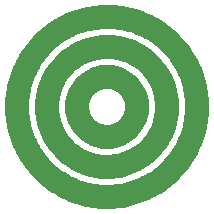
<source format=gbl>
G75*
%MOIN*%
%OFA0B0*%
%FSLAX24Y24*%
%IPPOS*%
%LPD*%
%AMOC8*
5,1,8,0,0,1.08239X$1,22.5*
%
%ADD10C,0.0800*%
%ADD11R,0.0250X0.0250*%
%ADD12C,0.0160*%
%ADD13C,0.0310*%
D10*
X001875Y003875D02*
X001877Y003964D01*
X001883Y004053D01*
X001893Y004142D01*
X001907Y004230D01*
X001924Y004317D01*
X001946Y004403D01*
X001972Y004489D01*
X002001Y004573D01*
X002034Y004656D01*
X002070Y004737D01*
X002111Y004817D01*
X002154Y004894D01*
X002201Y004970D01*
X002252Y005043D01*
X002305Y005114D01*
X002362Y005183D01*
X002422Y005249D01*
X002485Y005313D01*
X002550Y005373D01*
X002618Y005431D01*
X002689Y005485D01*
X002762Y005536D01*
X002837Y005584D01*
X002914Y005629D01*
X002993Y005670D01*
X003074Y005707D01*
X003156Y005741D01*
X003240Y005772D01*
X003325Y005798D01*
X003411Y005821D01*
X003498Y005839D01*
X003586Y005854D01*
X003675Y005865D01*
X003764Y005872D01*
X003853Y005875D01*
X003942Y005874D01*
X004031Y005869D01*
X004119Y005860D01*
X004208Y005847D01*
X004295Y005830D01*
X004382Y005810D01*
X004468Y005785D01*
X004552Y005757D01*
X004635Y005725D01*
X004717Y005689D01*
X004797Y005650D01*
X004875Y005607D01*
X004951Y005561D01*
X005025Y005511D01*
X005097Y005458D01*
X005166Y005402D01*
X005233Y005343D01*
X005297Y005281D01*
X005358Y005217D01*
X005417Y005149D01*
X005472Y005079D01*
X005524Y005007D01*
X005573Y004932D01*
X005618Y004856D01*
X005660Y004777D01*
X005698Y004697D01*
X005733Y004615D01*
X005764Y004531D01*
X005792Y004446D01*
X005815Y004360D01*
X005835Y004273D01*
X005851Y004186D01*
X005863Y004097D01*
X005871Y004009D01*
X005875Y003920D01*
X005875Y003830D01*
X005871Y003741D01*
X005863Y003653D01*
X005851Y003564D01*
X005835Y003477D01*
X005815Y003390D01*
X005792Y003304D01*
X005764Y003219D01*
X005733Y003135D01*
X005698Y003053D01*
X005660Y002973D01*
X005618Y002894D01*
X005573Y002818D01*
X005524Y002743D01*
X005472Y002671D01*
X005417Y002601D01*
X005358Y002533D01*
X005297Y002469D01*
X005233Y002407D01*
X005166Y002348D01*
X005097Y002292D01*
X005025Y002239D01*
X004951Y002189D01*
X004875Y002143D01*
X004797Y002100D01*
X004717Y002061D01*
X004635Y002025D01*
X004552Y001993D01*
X004468Y001965D01*
X004382Y001940D01*
X004295Y001920D01*
X004208Y001903D01*
X004119Y001890D01*
X004031Y001881D01*
X003942Y001876D01*
X003853Y001875D01*
X003764Y001878D01*
X003675Y001885D01*
X003586Y001896D01*
X003498Y001911D01*
X003411Y001929D01*
X003325Y001952D01*
X003240Y001978D01*
X003156Y002009D01*
X003074Y002043D01*
X002993Y002080D01*
X002914Y002121D01*
X002837Y002166D01*
X002762Y002214D01*
X002689Y002265D01*
X002618Y002319D01*
X002550Y002377D01*
X002485Y002437D01*
X002422Y002501D01*
X002362Y002567D01*
X002305Y002636D01*
X002252Y002707D01*
X002201Y002780D01*
X002154Y002856D01*
X002111Y002933D01*
X002070Y003013D01*
X002034Y003094D01*
X002001Y003177D01*
X001972Y003261D01*
X001946Y003347D01*
X001924Y003433D01*
X001907Y003520D01*
X001893Y003608D01*
X001883Y003697D01*
X001877Y003786D01*
X001875Y003875D01*
X000875Y003875D02*
X000877Y003984D01*
X000883Y004093D01*
X000893Y004201D01*
X000907Y004309D01*
X000924Y004417D01*
X000946Y004524D01*
X000971Y004630D01*
X001001Y004734D01*
X001034Y004838D01*
X001071Y004941D01*
X001111Y005042D01*
X001155Y005141D01*
X001203Y005239D01*
X001255Y005336D01*
X001309Y005430D01*
X001367Y005522D01*
X001429Y005612D01*
X001494Y005699D01*
X001561Y005785D01*
X001632Y005868D01*
X001706Y005948D01*
X001783Y006025D01*
X001862Y006100D01*
X001944Y006171D01*
X002029Y006240D01*
X002116Y006305D01*
X002205Y006368D01*
X002297Y006426D01*
X002391Y006482D01*
X002486Y006534D01*
X002584Y006583D01*
X002683Y006628D01*
X002784Y006670D01*
X002886Y006707D01*
X002989Y006741D01*
X003094Y006772D01*
X003200Y006798D01*
X003306Y006821D01*
X003414Y006839D01*
X003522Y006854D01*
X003630Y006865D01*
X003739Y006872D01*
X003848Y006875D01*
X003957Y006874D01*
X004066Y006869D01*
X004174Y006860D01*
X004282Y006847D01*
X004390Y006830D01*
X004497Y006810D01*
X004603Y006785D01*
X004708Y006757D01*
X004812Y006725D01*
X004915Y006689D01*
X005017Y006649D01*
X005117Y006606D01*
X005215Y006559D01*
X005312Y006509D01*
X005406Y006455D01*
X005499Y006397D01*
X005590Y006337D01*
X005678Y006273D01*
X005764Y006206D01*
X005847Y006136D01*
X005928Y006063D01*
X006006Y005987D01*
X006081Y005908D01*
X006154Y005826D01*
X006223Y005742D01*
X006289Y005656D01*
X006352Y005567D01*
X006412Y005476D01*
X006469Y005383D01*
X006522Y005288D01*
X006571Y005191D01*
X006617Y005092D01*
X006659Y004992D01*
X006698Y004890D01*
X006733Y004786D01*
X006764Y004682D01*
X006792Y004577D01*
X006815Y004470D01*
X006835Y004363D01*
X006851Y004255D01*
X006863Y004147D01*
X006871Y004038D01*
X006875Y003929D01*
X006875Y003821D01*
X006871Y003712D01*
X006863Y003603D01*
X006851Y003495D01*
X006835Y003387D01*
X006815Y003280D01*
X006792Y003173D01*
X006764Y003068D01*
X006733Y002964D01*
X006698Y002860D01*
X006659Y002758D01*
X006617Y002658D01*
X006571Y002559D01*
X006522Y002462D01*
X006469Y002367D01*
X006412Y002274D01*
X006352Y002183D01*
X006289Y002094D01*
X006223Y002008D01*
X006154Y001924D01*
X006081Y001842D01*
X006006Y001763D01*
X005928Y001687D01*
X005847Y001614D01*
X005764Y001544D01*
X005678Y001477D01*
X005590Y001413D01*
X005499Y001353D01*
X005406Y001295D01*
X005312Y001241D01*
X005215Y001191D01*
X005117Y001144D01*
X005017Y001101D01*
X004915Y001061D01*
X004812Y001025D01*
X004708Y000993D01*
X004603Y000965D01*
X004497Y000940D01*
X004390Y000920D01*
X004282Y000903D01*
X004174Y000890D01*
X004066Y000881D01*
X003957Y000876D01*
X003848Y000875D01*
X003739Y000878D01*
X003630Y000885D01*
X003522Y000896D01*
X003414Y000911D01*
X003306Y000929D01*
X003200Y000952D01*
X003094Y000978D01*
X002989Y001009D01*
X002886Y001043D01*
X002784Y001080D01*
X002683Y001122D01*
X002584Y001167D01*
X002486Y001216D01*
X002391Y001268D01*
X002297Y001324D01*
X002205Y001382D01*
X002116Y001445D01*
X002029Y001510D01*
X001944Y001579D01*
X001862Y001650D01*
X001783Y001725D01*
X001706Y001802D01*
X001632Y001882D01*
X001561Y001965D01*
X001494Y002051D01*
X001429Y002138D01*
X001367Y002228D01*
X001309Y002320D01*
X001255Y002414D01*
X001203Y002511D01*
X001155Y002609D01*
X001111Y002708D01*
X001071Y002809D01*
X001034Y002912D01*
X001001Y003016D01*
X000971Y003120D01*
X000946Y003226D01*
X000924Y003333D01*
X000907Y003441D01*
X000893Y003549D01*
X000883Y003657D01*
X000877Y003766D01*
X000875Y003875D01*
X002875Y003875D02*
X002877Y003938D01*
X002883Y004000D01*
X002893Y004062D01*
X002906Y004124D01*
X002924Y004184D01*
X002945Y004243D01*
X002970Y004301D01*
X002999Y004357D01*
X003031Y004411D01*
X003066Y004463D01*
X003104Y004512D01*
X003146Y004560D01*
X003190Y004604D01*
X003238Y004646D01*
X003287Y004684D01*
X003339Y004719D01*
X003393Y004751D01*
X003449Y004780D01*
X003507Y004805D01*
X003566Y004826D01*
X003626Y004844D01*
X003688Y004857D01*
X003750Y004867D01*
X003812Y004873D01*
X003875Y004875D01*
X003938Y004873D01*
X004000Y004867D01*
X004062Y004857D01*
X004124Y004844D01*
X004184Y004826D01*
X004243Y004805D01*
X004301Y004780D01*
X004357Y004751D01*
X004411Y004719D01*
X004463Y004684D01*
X004512Y004646D01*
X004560Y004604D01*
X004604Y004560D01*
X004646Y004512D01*
X004684Y004463D01*
X004719Y004411D01*
X004751Y004357D01*
X004780Y004301D01*
X004805Y004243D01*
X004826Y004184D01*
X004844Y004124D01*
X004857Y004062D01*
X004867Y004000D01*
X004873Y003938D01*
X004875Y003875D01*
X004873Y003812D01*
X004867Y003750D01*
X004857Y003688D01*
X004844Y003626D01*
X004826Y003566D01*
X004805Y003507D01*
X004780Y003449D01*
X004751Y003393D01*
X004719Y003339D01*
X004684Y003287D01*
X004646Y003238D01*
X004604Y003190D01*
X004560Y003146D01*
X004512Y003104D01*
X004463Y003066D01*
X004411Y003031D01*
X004357Y002999D01*
X004301Y002970D01*
X004243Y002945D01*
X004184Y002924D01*
X004124Y002906D01*
X004062Y002893D01*
X004000Y002883D01*
X003938Y002877D01*
X003875Y002875D01*
X003812Y002877D01*
X003750Y002883D01*
X003688Y002893D01*
X003626Y002906D01*
X003566Y002924D01*
X003507Y002945D01*
X003449Y002970D01*
X003393Y002999D01*
X003339Y003031D01*
X003287Y003066D01*
X003238Y003104D01*
X003190Y003146D01*
X003146Y003190D01*
X003104Y003238D01*
X003066Y003287D01*
X003031Y003339D01*
X002999Y003393D01*
X002970Y003449D01*
X002945Y003507D01*
X002924Y003566D01*
X002906Y003626D01*
X002893Y003688D01*
X002883Y003750D01*
X002877Y003812D01*
X002875Y003875D01*
D11*
X002875Y003875D03*
X001875Y003875D03*
X000875Y003875D03*
D12*
X001875Y002875D02*
X002875Y001875D01*
X003375Y002875D02*
X004375Y002875D01*
X003375Y002875D02*
X002875Y003375D01*
X002875Y003875D01*
X001875Y003875D02*
X001875Y002875D01*
X001875Y003875D02*
X001875Y004875D01*
X002875Y005875D01*
X004875Y005875D01*
X001875Y005875D02*
X000875Y004875D01*
X000875Y003875D01*
D13*
X001875Y005875D03*
X004875Y005875D03*
X004375Y002875D03*
X002875Y001875D03*
M02*

</source>
